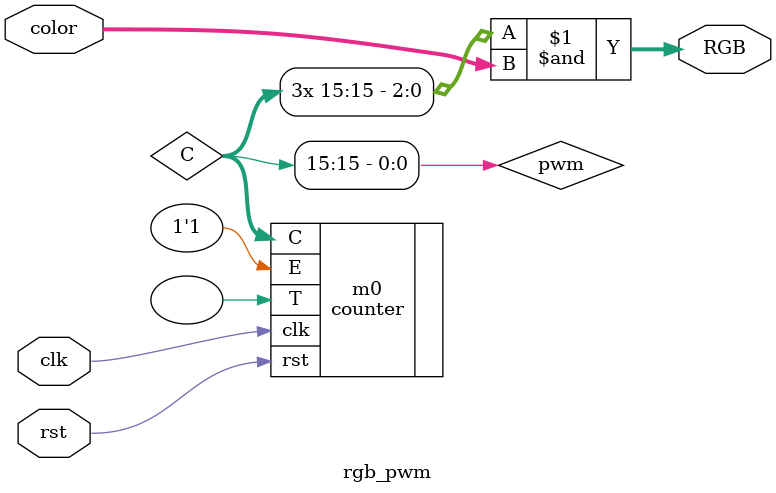
<source format=v>
`timescale 1ns / 1ps
module rgb_pwm(
    input clk,
    input rst,
    input [2:0] color,
    output [2:0] RGB
    );
    wire [15:0] C;
    wire pwm;
    counter #(
        .N(16),
        .M(2**16-1)
    ) m0 (
        .clk(clk),
        .rst(rst),
        .E(1'b1),
        .C(C),
        .T()
    );
    assign pwm = C[15];//50%
    assign RGB = {3{pwm}} & color;
endmodule

</source>
